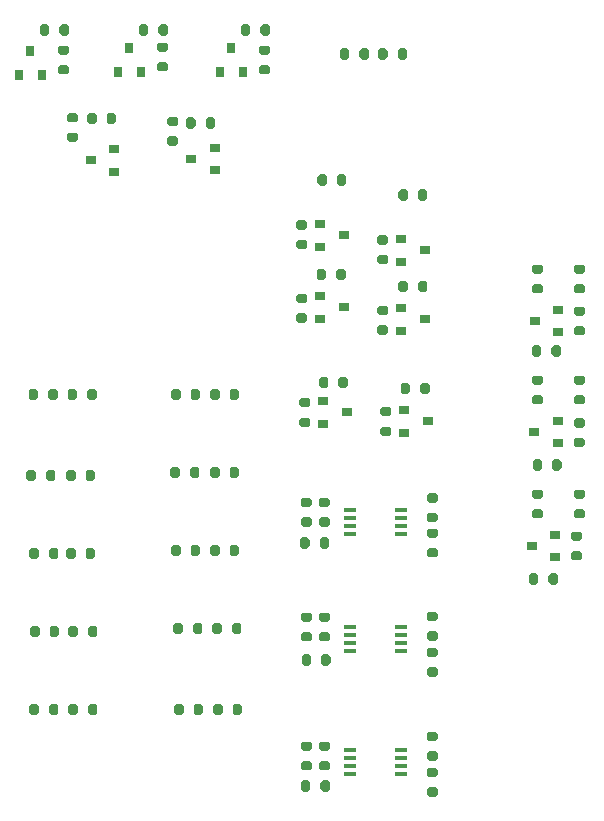
<source format=gbp>
%TF.GenerationSoftware,KiCad,Pcbnew,5.99.0+really5.1.12+dfsg1-1~bpo11+1*%
%TF.CreationDate,2021-12-22T21:03:21+01:00*%
%TF.ProjectId,ConnectorCubeV2-A,436f6e6e-6563-4746-9f72-437562655632,rev?*%
%TF.SameCoordinates,Original*%
%TF.FileFunction,Paste,Bot*%
%TF.FilePolarity,Positive*%
%FSLAX46Y46*%
G04 Gerber Fmt 4.6, Leading zero omitted, Abs format (unit mm)*
G04 Created by KiCad (PCBNEW 5.99.0+really5.1.12+dfsg1-1~bpo11+1) date 2021-12-22 21:03:21*
%MOMM*%
%LPD*%
G01*
G04 APERTURE LIST*
%ADD10R,1.100000X0.400000*%
%ADD11R,0.900000X0.800000*%
%ADD12R,0.800000X0.900000*%
G04 APERTURE END LIST*
%TO.C,R1011*%
G36*
G01*
X127780000Y-92308000D02*
X127780000Y-92858000D01*
G75*
G02*
X127580000Y-93058000I-200000J0D01*
G01*
X127180000Y-93058000D01*
G75*
G02*
X126980000Y-92858000I0J200000D01*
G01*
X126980000Y-92308000D01*
G75*
G02*
X127180000Y-92108000I200000J0D01*
G01*
X127580000Y-92108000D01*
G75*
G02*
X127780000Y-92308000I0J-200000D01*
G01*
G37*
G36*
G01*
X126130000Y-92308000D02*
X126130000Y-92858000D01*
G75*
G02*
X125930000Y-93058000I-200000J0D01*
G01*
X125530000Y-93058000D01*
G75*
G02*
X125330000Y-92858000I0J200000D01*
G01*
X125330000Y-92308000D01*
G75*
G02*
X125530000Y-92108000I200000J0D01*
G01*
X125930000Y-92108000D01*
G75*
G02*
X126130000Y-92308000I0J-200000D01*
G01*
G37*
%TD*%
%TO.C,R1009*%
G36*
G01*
X122765000Y-92308000D02*
X122765000Y-92858000D01*
G75*
G02*
X122565000Y-93058000I-200000J0D01*
G01*
X122165000Y-93058000D01*
G75*
G02*
X121965000Y-92858000I0J200000D01*
G01*
X121965000Y-92308000D01*
G75*
G02*
X122165000Y-92108000I200000J0D01*
G01*
X122565000Y-92108000D01*
G75*
G02*
X122765000Y-92308000I0J-200000D01*
G01*
G37*
G36*
G01*
X124415000Y-92308000D02*
X124415000Y-92858000D01*
G75*
G02*
X124215000Y-93058000I-200000J0D01*
G01*
X123815000Y-93058000D01*
G75*
G02*
X123615000Y-92858000I0J200000D01*
G01*
X123615000Y-92308000D01*
G75*
G02*
X123815000Y-92108000I200000J0D01*
G01*
X124215000Y-92108000D01*
G75*
G02*
X124415000Y-92308000I0J-200000D01*
G01*
G37*
%TD*%
%TO.C,R1008*%
G36*
G01*
X127971000Y-105516000D02*
X127971000Y-106066000D01*
G75*
G02*
X127771000Y-106266000I-200000J0D01*
G01*
X127371000Y-106266000D01*
G75*
G02*
X127171000Y-106066000I0J200000D01*
G01*
X127171000Y-105516000D01*
G75*
G02*
X127371000Y-105316000I200000J0D01*
G01*
X127771000Y-105316000D01*
G75*
G02*
X127971000Y-105516000I0J-200000D01*
G01*
G37*
G36*
G01*
X126321000Y-105516000D02*
X126321000Y-106066000D01*
G75*
G02*
X126121000Y-106266000I-200000J0D01*
G01*
X125721000Y-106266000D01*
G75*
G02*
X125521000Y-106066000I0J200000D01*
G01*
X125521000Y-105516000D01*
G75*
G02*
X125721000Y-105316000I200000J0D01*
G01*
X126121000Y-105316000D01*
G75*
G02*
X126321000Y-105516000I0J-200000D01*
G01*
G37*
%TD*%
%TO.C,R1006*%
G36*
G01*
X123019000Y-105516000D02*
X123019000Y-106066000D01*
G75*
G02*
X122819000Y-106266000I-200000J0D01*
G01*
X122419000Y-106266000D01*
G75*
G02*
X122219000Y-106066000I0J200000D01*
G01*
X122219000Y-105516000D01*
G75*
G02*
X122419000Y-105316000I200000J0D01*
G01*
X122819000Y-105316000D01*
G75*
G02*
X123019000Y-105516000I0J-200000D01*
G01*
G37*
G36*
G01*
X124669000Y-105516000D02*
X124669000Y-106066000D01*
G75*
G02*
X124469000Y-106266000I-200000J0D01*
G01*
X124069000Y-106266000D01*
G75*
G02*
X123869000Y-106066000I0J200000D01*
G01*
X123869000Y-105516000D01*
G75*
G02*
X124069000Y-105316000I200000J0D01*
G01*
X124469000Y-105316000D01*
G75*
G02*
X124669000Y-105516000I0J-200000D01*
G01*
G37*
%TD*%
%TO.C,R1013*%
G36*
G01*
X110573000Y-92562000D02*
X110573000Y-93112000D01*
G75*
G02*
X110373000Y-93312000I-200000J0D01*
G01*
X109973000Y-93312000D01*
G75*
G02*
X109773000Y-93112000I0J200000D01*
G01*
X109773000Y-92562000D01*
G75*
G02*
X109973000Y-92362000I200000J0D01*
G01*
X110373000Y-92362000D01*
G75*
G02*
X110573000Y-92562000I0J-200000D01*
G01*
G37*
G36*
G01*
X112223000Y-92562000D02*
X112223000Y-93112000D01*
G75*
G02*
X112023000Y-93312000I-200000J0D01*
G01*
X111623000Y-93312000D01*
G75*
G02*
X111423000Y-93112000I0J200000D01*
G01*
X111423000Y-92562000D01*
G75*
G02*
X111623000Y-92362000I200000J0D01*
G01*
X112023000Y-92362000D01*
G75*
G02*
X112223000Y-92562000I0J-200000D01*
G01*
G37*
%TD*%
%TO.C,R1015*%
G36*
G01*
X115588000Y-92562000D02*
X115588000Y-93112000D01*
G75*
G02*
X115388000Y-93312000I-200000J0D01*
G01*
X114988000Y-93312000D01*
G75*
G02*
X114788000Y-93112000I0J200000D01*
G01*
X114788000Y-92562000D01*
G75*
G02*
X114988000Y-92362000I200000J0D01*
G01*
X115388000Y-92362000D01*
G75*
G02*
X115588000Y-92562000I0J-200000D01*
G01*
G37*
G36*
G01*
X113938000Y-92562000D02*
X113938000Y-93112000D01*
G75*
G02*
X113738000Y-93312000I-200000J0D01*
G01*
X113338000Y-93312000D01*
G75*
G02*
X113138000Y-93112000I0J200000D01*
G01*
X113138000Y-92562000D01*
G75*
G02*
X113338000Y-92362000I200000J0D01*
G01*
X113738000Y-92362000D01*
G75*
G02*
X113938000Y-92562000I0J-200000D01*
G01*
G37*
%TD*%
%TO.C,R1018*%
G36*
G01*
X110827000Y-112374000D02*
X110827000Y-112924000D01*
G75*
G02*
X110627000Y-113124000I-200000J0D01*
G01*
X110227000Y-113124000D01*
G75*
G02*
X110027000Y-112924000I0J200000D01*
G01*
X110027000Y-112374000D01*
G75*
G02*
X110227000Y-112174000I200000J0D01*
G01*
X110627000Y-112174000D01*
G75*
G02*
X110827000Y-112374000I0J-200000D01*
G01*
G37*
G36*
G01*
X112477000Y-112374000D02*
X112477000Y-112924000D01*
G75*
G02*
X112277000Y-113124000I-200000J0D01*
G01*
X111877000Y-113124000D01*
G75*
G02*
X111677000Y-112924000I0J200000D01*
G01*
X111677000Y-112374000D01*
G75*
G02*
X111877000Y-112174000I200000J0D01*
G01*
X112277000Y-112174000D01*
G75*
G02*
X112477000Y-112374000I0J-200000D01*
G01*
G37*
%TD*%
%TO.C,R1020*%
G36*
G01*
X115779000Y-112374000D02*
X115779000Y-112924000D01*
G75*
G02*
X115579000Y-113124000I-200000J0D01*
G01*
X115179000Y-113124000D01*
G75*
G02*
X114979000Y-112924000I0J200000D01*
G01*
X114979000Y-112374000D01*
G75*
G02*
X115179000Y-112174000I200000J0D01*
G01*
X115579000Y-112174000D01*
G75*
G02*
X115779000Y-112374000I0J-200000D01*
G01*
G37*
G36*
G01*
X114129000Y-112374000D02*
X114129000Y-112924000D01*
G75*
G02*
X113929000Y-113124000I-200000J0D01*
G01*
X113529000Y-113124000D01*
G75*
G02*
X113329000Y-112924000I0J200000D01*
G01*
X113329000Y-112374000D01*
G75*
G02*
X113529000Y-112174000I200000J0D01*
G01*
X113929000Y-112174000D01*
G75*
G02*
X114129000Y-112374000I0J-200000D01*
G01*
G37*
%TD*%
%TO.C,R1014*%
G36*
G01*
X123082000Y-112374000D02*
X123082000Y-112924000D01*
G75*
G02*
X122882000Y-113124000I-200000J0D01*
G01*
X122482000Y-113124000D01*
G75*
G02*
X122282000Y-112924000I0J200000D01*
G01*
X122282000Y-112374000D01*
G75*
G02*
X122482000Y-112174000I200000J0D01*
G01*
X122882000Y-112174000D01*
G75*
G02*
X123082000Y-112374000I0J-200000D01*
G01*
G37*
G36*
G01*
X124732000Y-112374000D02*
X124732000Y-112924000D01*
G75*
G02*
X124532000Y-113124000I-200000J0D01*
G01*
X124132000Y-113124000D01*
G75*
G02*
X123932000Y-112924000I0J200000D01*
G01*
X123932000Y-112374000D01*
G75*
G02*
X124132000Y-112174000I200000J0D01*
G01*
X124532000Y-112174000D01*
G75*
G02*
X124732000Y-112374000I0J-200000D01*
G01*
G37*
%TD*%
%TO.C,R1016*%
G36*
G01*
X128034000Y-112374000D02*
X128034000Y-112924000D01*
G75*
G02*
X127834000Y-113124000I-200000J0D01*
G01*
X127434000Y-113124000D01*
G75*
G02*
X127234000Y-112924000I0J200000D01*
G01*
X127234000Y-112374000D01*
G75*
G02*
X127434000Y-112174000I200000J0D01*
G01*
X127834000Y-112174000D01*
G75*
G02*
X128034000Y-112374000I0J-200000D01*
G01*
G37*
G36*
G01*
X126384000Y-112374000D02*
X126384000Y-112924000D01*
G75*
G02*
X126184000Y-113124000I-200000J0D01*
G01*
X125784000Y-113124000D01*
G75*
G02*
X125584000Y-112924000I0J200000D01*
G01*
X125584000Y-112374000D01*
G75*
G02*
X125784000Y-112174000I200000J0D01*
G01*
X126184000Y-112174000D01*
G75*
G02*
X126384000Y-112374000I0J-200000D01*
G01*
G37*
%TD*%
%TO.C,R1003*%
G36*
G01*
X127780000Y-85704000D02*
X127780000Y-86254000D01*
G75*
G02*
X127580000Y-86454000I-200000J0D01*
G01*
X127180000Y-86454000D01*
G75*
G02*
X126980000Y-86254000I0J200000D01*
G01*
X126980000Y-85704000D01*
G75*
G02*
X127180000Y-85504000I200000J0D01*
G01*
X127580000Y-85504000D01*
G75*
G02*
X127780000Y-85704000I0J-200000D01*
G01*
G37*
G36*
G01*
X126130000Y-85704000D02*
X126130000Y-86254000D01*
G75*
G02*
X125930000Y-86454000I-200000J0D01*
G01*
X125530000Y-86454000D01*
G75*
G02*
X125330000Y-86254000I0J200000D01*
G01*
X125330000Y-85704000D01*
G75*
G02*
X125530000Y-85504000I200000J0D01*
G01*
X125930000Y-85504000D01*
G75*
G02*
X126130000Y-85704000I0J-200000D01*
G01*
G37*
%TD*%
%TO.C,R1001*%
G36*
G01*
X122828000Y-85704000D02*
X122828000Y-86254000D01*
G75*
G02*
X122628000Y-86454000I-200000J0D01*
G01*
X122228000Y-86454000D01*
G75*
G02*
X122028000Y-86254000I0J200000D01*
G01*
X122028000Y-85704000D01*
G75*
G02*
X122228000Y-85504000I200000J0D01*
G01*
X122628000Y-85504000D01*
G75*
G02*
X122828000Y-85704000I0J-200000D01*
G01*
G37*
G36*
G01*
X124478000Y-85704000D02*
X124478000Y-86254000D01*
G75*
G02*
X124278000Y-86454000I-200000J0D01*
G01*
X123878000Y-86454000D01*
G75*
G02*
X123678000Y-86254000I0J200000D01*
G01*
X123678000Y-85704000D01*
G75*
G02*
X123878000Y-85504000I200000J0D01*
G01*
X124278000Y-85504000D01*
G75*
G02*
X124478000Y-85704000I0J-200000D01*
G01*
G37*
%TD*%
%TO.C,R1017*%
G36*
G01*
X122828000Y-98912000D02*
X122828000Y-99462000D01*
G75*
G02*
X122628000Y-99662000I-200000J0D01*
G01*
X122228000Y-99662000D01*
G75*
G02*
X122028000Y-99462000I0J200000D01*
G01*
X122028000Y-98912000D01*
G75*
G02*
X122228000Y-98712000I200000J0D01*
G01*
X122628000Y-98712000D01*
G75*
G02*
X122828000Y-98912000I0J-200000D01*
G01*
G37*
G36*
G01*
X124478000Y-98912000D02*
X124478000Y-99462000D01*
G75*
G02*
X124278000Y-99662000I-200000J0D01*
G01*
X123878000Y-99662000D01*
G75*
G02*
X123678000Y-99462000I0J200000D01*
G01*
X123678000Y-98912000D01*
G75*
G02*
X123878000Y-98712000I200000J0D01*
G01*
X124278000Y-98712000D01*
G75*
G02*
X124478000Y-98912000I0J-200000D01*
G01*
G37*
%TD*%
%TO.C,R1019*%
G36*
G01*
X127780000Y-98912000D02*
X127780000Y-99462000D01*
G75*
G02*
X127580000Y-99662000I-200000J0D01*
G01*
X127180000Y-99662000D01*
G75*
G02*
X126980000Y-99462000I0J200000D01*
G01*
X126980000Y-98912000D01*
G75*
G02*
X127180000Y-98712000I200000J0D01*
G01*
X127580000Y-98712000D01*
G75*
G02*
X127780000Y-98912000I0J-200000D01*
G01*
G37*
G36*
G01*
X126130000Y-98912000D02*
X126130000Y-99462000D01*
G75*
G02*
X125930000Y-99662000I-200000J0D01*
G01*
X125530000Y-99662000D01*
G75*
G02*
X125330000Y-99462000I0J200000D01*
G01*
X125330000Y-98912000D01*
G75*
G02*
X125530000Y-98712000I200000J0D01*
G01*
X125930000Y-98712000D01*
G75*
G02*
X126130000Y-98912000I0J-200000D01*
G01*
G37*
%TD*%
%TO.C,R1002*%
G36*
G01*
X110827000Y-99166000D02*
X110827000Y-99716000D01*
G75*
G02*
X110627000Y-99916000I-200000J0D01*
G01*
X110227000Y-99916000D01*
G75*
G02*
X110027000Y-99716000I0J200000D01*
G01*
X110027000Y-99166000D01*
G75*
G02*
X110227000Y-98966000I200000J0D01*
G01*
X110627000Y-98966000D01*
G75*
G02*
X110827000Y-99166000I0J-200000D01*
G01*
G37*
G36*
G01*
X112477000Y-99166000D02*
X112477000Y-99716000D01*
G75*
G02*
X112277000Y-99916000I-200000J0D01*
G01*
X111877000Y-99916000D01*
G75*
G02*
X111677000Y-99716000I0J200000D01*
G01*
X111677000Y-99166000D01*
G75*
G02*
X111877000Y-98966000I200000J0D01*
G01*
X112277000Y-98966000D01*
G75*
G02*
X112477000Y-99166000I0J-200000D01*
G01*
G37*
%TD*%
%TO.C,R1004*%
G36*
G01*
X115588000Y-99166000D02*
X115588000Y-99716000D01*
G75*
G02*
X115388000Y-99916000I-200000J0D01*
G01*
X114988000Y-99916000D01*
G75*
G02*
X114788000Y-99716000I0J200000D01*
G01*
X114788000Y-99166000D01*
G75*
G02*
X114988000Y-98966000I200000J0D01*
G01*
X115388000Y-98966000D01*
G75*
G02*
X115588000Y-99166000I0J-200000D01*
G01*
G37*
G36*
G01*
X113938000Y-99166000D02*
X113938000Y-99716000D01*
G75*
G02*
X113738000Y-99916000I-200000J0D01*
G01*
X113338000Y-99916000D01*
G75*
G02*
X113138000Y-99716000I0J200000D01*
G01*
X113138000Y-99166000D01*
G75*
G02*
X113338000Y-98966000I200000J0D01*
G01*
X113738000Y-98966000D01*
G75*
G02*
X113938000Y-99166000I0J-200000D01*
G01*
G37*
%TD*%
%TO.C,R1005*%
G36*
G01*
X110764000Y-85704000D02*
X110764000Y-86254000D01*
G75*
G02*
X110564000Y-86454000I-200000J0D01*
G01*
X110164000Y-86454000D01*
G75*
G02*
X109964000Y-86254000I0J200000D01*
G01*
X109964000Y-85704000D01*
G75*
G02*
X110164000Y-85504000I200000J0D01*
G01*
X110564000Y-85504000D01*
G75*
G02*
X110764000Y-85704000I0J-200000D01*
G01*
G37*
G36*
G01*
X112414000Y-85704000D02*
X112414000Y-86254000D01*
G75*
G02*
X112214000Y-86454000I-200000J0D01*
G01*
X111814000Y-86454000D01*
G75*
G02*
X111614000Y-86254000I0J200000D01*
G01*
X111614000Y-85704000D01*
G75*
G02*
X111814000Y-85504000I200000J0D01*
G01*
X112214000Y-85504000D01*
G75*
G02*
X112414000Y-85704000I0J-200000D01*
G01*
G37*
%TD*%
%TO.C,R1007*%
G36*
G01*
X115716000Y-85704000D02*
X115716000Y-86254000D01*
G75*
G02*
X115516000Y-86454000I-200000J0D01*
G01*
X115116000Y-86454000D01*
G75*
G02*
X114916000Y-86254000I0J200000D01*
G01*
X114916000Y-85704000D01*
G75*
G02*
X115116000Y-85504000I200000J0D01*
G01*
X115516000Y-85504000D01*
G75*
G02*
X115716000Y-85704000I0J-200000D01*
G01*
G37*
G36*
G01*
X114066000Y-85704000D02*
X114066000Y-86254000D01*
G75*
G02*
X113866000Y-86454000I-200000J0D01*
G01*
X113466000Y-86454000D01*
G75*
G02*
X113266000Y-86254000I0J200000D01*
G01*
X113266000Y-85704000D01*
G75*
G02*
X113466000Y-85504000I200000J0D01*
G01*
X113866000Y-85504000D01*
G75*
G02*
X114066000Y-85704000I0J-200000D01*
G01*
G37*
%TD*%
%TO.C,R1010*%
G36*
G01*
X112540000Y-105770000D02*
X112540000Y-106320000D01*
G75*
G02*
X112340000Y-106520000I-200000J0D01*
G01*
X111940000Y-106520000D01*
G75*
G02*
X111740000Y-106320000I0J200000D01*
G01*
X111740000Y-105770000D01*
G75*
G02*
X111940000Y-105570000I200000J0D01*
G01*
X112340000Y-105570000D01*
G75*
G02*
X112540000Y-105770000I0J-200000D01*
G01*
G37*
G36*
G01*
X110890000Y-105770000D02*
X110890000Y-106320000D01*
G75*
G02*
X110690000Y-106520000I-200000J0D01*
G01*
X110290000Y-106520000D01*
G75*
G02*
X110090000Y-106320000I0J200000D01*
G01*
X110090000Y-105770000D01*
G75*
G02*
X110290000Y-105570000I200000J0D01*
G01*
X110690000Y-105570000D01*
G75*
G02*
X110890000Y-105770000I0J-200000D01*
G01*
G37*
%TD*%
%TO.C,R1012*%
G36*
G01*
X115779000Y-105770000D02*
X115779000Y-106320000D01*
G75*
G02*
X115579000Y-106520000I-200000J0D01*
G01*
X115179000Y-106520000D01*
G75*
G02*
X114979000Y-106320000I0J200000D01*
G01*
X114979000Y-105770000D01*
G75*
G02*
X115179000Y-105570000I200000J0D01*
G01*
X115579000Y-105570000D01*
G75*
G02*
X115779000Y-105770000I0J-200000D01*
G01*
G37*
G36*
G01*
X114129000Y-105770000D02*
X114129000Y-106320000D01*
G75*
G02*
X113929000Y-106520000I-200000J0D01*
G01*
X113529000Y-106520000D01*
G75*
G02*
X113329000Y-106320000I0J200000D01*
G01*
X113329000Y-105770000D01*
G75*
G02*
X113529000Y-105570000I200000J0D01*
G01*
X113929000Y-105570000D01*
G75*
G02*
X114129000Y-105770000I0J-200000D01*
G01*
G37*
%TD*%
%TO.C,R207*%
G36*
G01*
X134726000Y-96374000D02*
X135276000Y-96374000D01*
G75*
G02*
X135476000Y-96574000I0J-200000D01*
G01*
X135476000Y-96974000D01*
G75*
G02*
X135276000Y-97174000I-200000J0D01*
G01*
X134726000Y-97174000D01*
G75*
G02*
X134526000Y-96974000I0J200000D01*
G01*
X134526000Y-96574000D01*
G75*
G02*
X134726000Y-96374000I200000J0D01*
G01*
G37*
G36*
G01*
X134726000Y-94724000D02*
X135276000Y-94724000D01*
G75*
G02*
X135476000Y-94924000I0J-200000D01*
G01*
X135476000Y-95324000D01*
G75*
G02*
X135276000Y-95524000I-200000J0D01*
G01*
X134726000Y-95524000D01*
G75*
G02*
X134526000Y-95324000I0J200000D01*
G01*
X134526000Y-94924000D01*
G75*
G02*
X134726000Y-94724000I200000J0D01*
G01*
G37*
%TD*%
%TO.C,R210*%
G36*
G01*
X133202000Y-94724000D02*
X133752000Y-94724000D01*
G75*
G02*
X133952000Y-94924000I0J-200000D01*
G01*
X133952000Y-95324000D01*
G75*
G02*
X133752000Y-95524000I-200000J0D01*
G01*
X133202000Y-95524000D01*
G75*
G02*
X133002000Y-95324000I0J200000D01*
G01*
X133002000Y-94924000D01*
G75*
G02*
X133202000Y-94724000I200000J0D01*
G01*
G37*
G36*
G01*
X133202000Y-96374000D02*
X133752000Y-96374000D01*
G75*
G02*
X133952000Y-96574000I0J-200000D01*
G01*
X133952000Y-96974000D01*
G75*
G02*
X133752000Y-97174000I-200000J0D01*
G01*
X133202000Y-97174000D01*
G75*
G02*
X133002000Y-96974000I0J200000D01*
G01*
X133002000Y-96574000D01*
G75*
G02*
X133202000Y-96374000I200000J0D01*
G01*
G37*
%TD*%
D10*
%TO.C,U201*%
X141469000Y-95799000D03*
X141469000Y-96449000D03*
X141469000Y-97099000D03*
X141469000Y-97749000D03*
X137169000Y-97749000D03*
X137169000Y-97099000D03*
X137169000Y-96449000D03*
X137169000Y-95799000D03*
%TD*%
%TO.C,R213*%
G36*
G01*
X134601000Y-98827000D02*
X134601000Y-98277000D01*
G75*
G02*
X134801000Y-98077000I200000J0D01*
G01*
X135201000Y-98077000D01*
G75*
G02*
X135401000Y-98277000I0J-200000D01*
G01*
X135401000Y-98827000D01*
G75*
G02*
X135201000Y-99027000I-200000J0D01*
G01*
X134801000Y-99027000D01*
G75*
G02*
X134601000Y-98827000I0J200000D01*
G01*
G37*
G36*
G01*
X132951000Y-98827000D02*
X132951000Y-98277000D01*
G75*
G02*
X133151000Y-98077000I200000J0D01*
G01*
X133551000Y-98077000D01*
G75*
G02*
X133751000Y-98277000I0J-200000D01*
G01*
X133751000Y-98827000D01*
G75*
G02*
X133551000Y-99027000I-200000J0D01*
G01*
X133151000Y-99027000D01*
G75*
G02*
X132951000Y-98827000I0J200000D01*
G01*
G37*
%TD*%
%TO.C,R204*%
G36*
G01*
X143870000Y-95992000D02*
X144420000Y-95992000D01*
G75*
G02*
X144620000Y-96192000I0J-200000D01*
G01*
X144620000Y-96592000D01*
G75*
G02*
X144420000Y-96792000I-200000J0D01*
G01*
X143870000Y-96792000D01*
G75*
G02*
X143670000Y-96592000I0J200000D01*
G01*
X143670000Y-96192000D01*
G75*
G02*
X143870000Y-95992000I200000J0D01*
G01*
G37*
G36*
G01*
X143870000Y-94342000D02*
X144420000Y-94342000D01*
G75*
G02*
X144620000Y-94542000I0J-200000D01*
G01*
X144620000Y-94942000D01*
G75*
G02*
X144420000Y-95142000I-200000J0D01*
G01*
X143870000Y-95142000D01*
G75*
G02*
X143670000Y-94942000I0J200000D01*
G01*
X143670000Y-94542000D01*
G75*
G02*
X143870000Y-94342000I200000J0D01*
G01*
G37*
%TD*%
%TO.C,R201*%
G36*
G01*
X144420000Y-98127000D02*
X143870000Y-98127000D01*
G75*
G02*
X143670000Y-97927000I0J200000D01*
G01*
X143670000Y-97527000D01*
G75*
G02*
X143870000Y-97327000I200000J0D01*
G01*
X144420000Y-97327000D01*
G75*
G02*
X144620000Y-97527000I0J-200000D01*
G01*
X144620000Y-97927000D01*
G75*
G02*
X144420000Y-98127000I-200000J0D01*
G01*
G37*
G36*
G01*
X144420000Y-99777000D02*
X143870000Y-99777000D01*
G75*
G02*
X143670000Y-99577000I0J200000D01*
G01*
X143670000Y-99177000D01*
G75*
G02*
X143870000Y-98977000I200000J0D01*
G01*
X144420000Y-98977000D01*
G75*
G02*
X144620000Y-99177000I0J-200000D01*
G01*
X144620000Y-99577000D01*
G75*
G02*
X144420000Y-99777000I-200000J0D01*
G01*
G37*
%TD*%
%TO.C,R409*%
G36*
G01*
X119298000Y-55393000D02*
X119298000Y-54843000D01*
G75*
G02*
X119498000Y-54643000I200000J0D01*
G01*
X119898000Y-54643000D01*
G75*
G02*
X120098000Y-54843000I0J-200000D01*
G01*
X120098000Y-55393000D01*
G75*
G02*
X119898000Y-55593000I-200000J0D01*
G01*
X119498000Y-55593000D01*
G75*
G02*
X119298000Y-55393000I0J200000D01*
G01*
G37*
G36*
G01*
X120948000Y-55393000D02*
X120948000Y-54843000D01*
G75*
G02*
X121148000Y-54643000I200000J0D01*
G01*
X121548000Y-54643000D01*
G75*
G02*
X121748000Y-54843000I0J-200000D01*
G01*
X121748000Y-55393000D01*
G75*
G02*
X121548000Y-55593000I-200000J0D01*
G01*
X121148000Y-55593000D01*
G75*
G02*
X120948000Y-55393000I0J200000D01*
G01*
G37*
%TD*%
%TO.C,R408*%
G36*
G01*
X129584000Y-55393000D02*
X129584000Y-54843000D01*
G75*
G02*
X129784000Y-54643000I200000J0D01*
G01*
X130184000Y-54643000D01*
G75*
G02*
X130384000Y-54843000I0J-200000D01*
G01*
X130384000Y-55393000D01*
G75*
G02*
X130184000Y-55593000I-200000J0D01*
G01*
X129784000Y-55593000D01*
G75*
G02*
X129584000Y-55393000I0J200000D01*
G01*
G37*
G36*
G01*
X127934000Y-55393000D02*
X127934000Y-54843000D01*
G75*
G02*
X128134000Y-54643000I200000J0D01*
G01*
X128534000Y-54643000D01*
G75*
G02*
X128734000Y-54843000I0J-200000D01*
G01*
X128734000Y-55393000D01*
G75*
G02*
X128534000Y-55593000I-200000J0D01*
G01*
X128134000Y-55593000D01*
G75*
G02*
X127934000Y-55393000I0J200000D01*
G01*
G37*
%TD*%
%TO.C,R401*%
G36*
G01*
X124098000Y-62717000D02*
X124098000Y-63267000D01*
G75*
G02*
X123898000Y-63467000I-200000J0D01*
G01*
X123498000Y-63467000D01*
G75*
G02*
X123298000Y-63267000I0J200000D01*
G01*
X123298000Y-62717000D01*
G75*
G02*
X123498000Y-62517000I200000J0D01*
G01*
X123898000Y-62517000D01*
G75*
G02*
X124098000Y-62717000I0J-200000D01*
G01*
G37*
G36*
G01*
X125748000Y-62717000D02*
X125748000Y-63267000D01*
G75*
G02*
X125548000Y-63467000I-200000J0D01*
G01*
X125148000Y-63467000D01*
G75*
G02*
X124948000Y-63267000I0J200000D01*
G01*
X124948000Y-62717000D01*
G75*
G02*
X125148000Y-62517000I200000J0D01*
G01*
X125548000Y-62517000D01*
G75*
G02*
X125748000Y-62717000I0J-200000D01*
G01*
G37*
%TD*%
%TO.C,R407*%
G36*
G01*
X113940000Y-64598000D02*
X113390000Y-64598000D01*
G75*
G02*
X113190000Y-64398000I0J200000D01*
G01*
X113190000Y-63998000D01*
G75*
G02*
X113390000Y-63798000I200000J0D01*
G01*
X113940000Y-63798000D01*
G75*
G02*
X114140000Y-63998000I0J-200000D01*
G01*
X114140000Y-64398000D01*
G75*
G02*
X113940000Y-64598000I-200000J0D01*
G01*
G37*
G36*
G01*
X113940000Y-62948000D02*
X113390000Y-62948000D01*
G75*
G02*
X113190000Y-62748000I0J200000D01*
G01*
X113190000Y-62348000D01*
G75*
G02*
X113390000Y-62148000I200000J0D01*
G01*
X113940000Y-62148000D01*
G75*
G02*
X114140000Y-62348000I0J-200000D01*
G01*
X114140000Y-62748000D01*
G75*
G02*
X113940000Y-62948000I-200000J0D01*
G01*
G37*
%TD*%
%TO.C,R406*%
G36*
G01*
X122449000Y-63266000D02*
X121899000Y-63266000D01*
G75*
G02*
X121699000Y-63066000I0J200000D01*
G01*
X121699000Y-62666000D01*
G75*
G02*
X121899000Y-62466000I200000J0D01*
G01*
X122449000Y-62466000D01*
G75*
G02*
X122649000Y-62666000I0J-200000D01*
G01*
X122649000Y-63066000D01*
G75*
G02*
X122449000Y-63266000I-200000J0D01*
G01*
G37*
G36*
G01*
X122449000Y-64916000D02*
X121899000Y-64916000D01*
G75*
G02*
X121699000Y-64716000I0J200000D01*
G01*
X121699000Y-64316000D01*
G75*
G02*
X121899000Y-64116000I200000J0D01*
G01*
X122449000Y-64116000D01*
G75*
G02*
X122649000Y-64316000I0J-200000D01*
G01*
X122649000Y-64716000D01*
G75*
G02*
X122449000Y-64916000I-200000J0D01*
G01*
G37*
%TD*%
D11*
%TO.C,Q401*%
X125714000Y-65090000D03*
X125714000Y-66990000D03*
X123714000Y-66040000D03*
%TD*%
%TO.C,R403*%
G36*
G01*
X130196000Y-58883000D02*
X129646000Y-58883000D01*
G75*
G02*
X129446000Y-58683000I0J200000D01*
G01*
X129446000Y-58283000D01*
G75*
G02*
X129646000Y-58083000I200000J0D01*
G01*
X130196000Y-58083000D01*
G75*
G02*
X130396000Y-58283000I0J-200000D01*
G01*
X130396000Y-58683000D01*
G75*
G02*
X130196000Y-58883000I-200000J0D01*
G01*
G37*
G36*
G01*
X130196000Y-57233000D02*
X129646000Y-57233000D01*
G75*
G02*
X129446000Y-57033000I0J200000D01*
G01*
X129446000Y-56633000D01*
G75*
G02*
X129646000Y-56433000I200000J0D01*
G01*
X130196000Y-56433000D01*
G75*
G02*
X130396000Y-56633000I0J-200000D01*
G01*
X130396000Y-57033000D01*
G75*
G02*
X130196000Y-57233000I-200000J0D01*
G01*
G37*
%TD*%
%TO.C,R402*%
G36*
G01*
X115717000Y-62336000D02*
X115717000Y-62886000D01*
G75*
G02*
X115517000Y-63086000I-200000J0D01*
G01*
X115117000Y-63086000D01*
G75*
G02*
X114917000Y-62886000I0J200000D01*
G01*
X114917000Y-62336000D01*
G75*
G02*
X115117000Y-62136000I200000J0D01*
G01*
X115517000Y-62136000D01*
G75*
G02*
X115717000Y-62336000I0J-200000D01*
G01*
G37*
G36*
G01*
X117367000Y-62336000D02*
X117367000Y-62886000D01*
G75*
G02*
X117167000Y-63086000I-200000J0D01*
G01*
X116767000Y-63086000D01*
G75*
G02*
X116567000Y-62886000I0J200000D01*
G01*
X116567000Y-62336000D01*
G75*
G02*
X116767000Y-62136000I200000J0D01*
G01*
X117167000Y-62136000D01*
G75*
G02*
X117367000Y-62336000I0J-200000D01*
G01*
G37*
%TD*%
%TO.C,R410*%
G36*
G01*
X110916000Y-55393000D02*
X110916000Y-54843000D01*
G75*
G02*
X111116000Y-54643000I200000J0D01*
G01*
X111516000Y-54643000D01*
G75*
G02*
X111716000Y-54843000I0J-200000D01*
G01*
X111716000Y-55393000D01*
G75*
G02*
X111516000Y-55593000I-200000J0D01*
G01*
X111116000Y-55593000D01*
G75*
G02*
X110916000Y-55393000I0J200000D01*
G01*
G37*
G36*
G01*
X112566000Y-55393000D02*
X112566000Y-54843000D01*
G75*
G02*
X112766000Y-54643000I200000J0D01*
G01*
X113166000Y-54643000D01*
G75*
G02*
X113366000Y-54843000I0J-200000D01*
G01*
X113366000Y-55393000D01*
G75*
G02*
X113166000Y-55593000I-200000J0D01*
G01*
X112766000Y-55593000D01*
G75*
G02*
X112566000Y-55393000I0J200000D01*
G01*
G37*
%TD*%
%TO.C,R404*%
G36*
G01*
X121560000Y-56979000D02*
X121010000Y-56979000D01*
G75*
G02*
X120810000Y-56779000I0J200000D01*
G01*
X120810000Y-56379000D01*
G75*
G02*
X121010000Y-56179000I200000J0D01*
G01*
X121560000Y-56179000D01*
G75*
G02*
X121760000Y-56379000I0J-200000D01*
G01*
X121760000Y-56779000D01*
G75*
G02*
X121560000Y-56979000I-200000J0D01*
G01*
G37*
G36*
G01*
X121560000Y-58629000D02*
X121010000Y-58629000D01*
G75*
G02*
X120810000Y-58429000I0J200000D01*
G01*
X120810000Y-58029000D01*
G75*
G02*
X121010000Y-57829000I200000J0D01*
G01*
X121560000Y-57829000D01*
G75*
G02*
X121760000Y-58029000I0J-200000D01*
G01*
X121760000Y-58429000D01*
G75*
G02*
X121560000Y-58629000I-200000J0D01*
G01*
G37*
%TD*%
%TO.C,R405*%
G36*
G01*
X113178000Y-58883000D02*
X112628000Y-58883000D01*
G75*
G02*
X112428000Y-58683000I0J200000D01*
G01*
X112428000Y-58283000D01*
G75*
G02*
X112628000Y-58083000I200000J0D01*
G01*
X113178000Y-58083000D01*
G75*
G02*
X113378000Y-58283000I0J-200000D01*
G01*
X113378000Y-58683000D01*
G75*
G02*
X113178000Y-58883000I-200000J0D01*
G01*
G37*
G36*
G01*
X113178000Y-57233000D02*
X112628000Y-57233000D01*
G75*
G02*
X112428000Y-57033000I0J200000D01*
G01*
X112428000Y-56633000D01*
G75*
G02*
X112628000Y-56433000I200000J0D01*
G01*
X113178000Y-56433000D01*
G75*
G02*
X113378000Y-56633000I0J-200000D01*
G01*
X113378000Y-57033000D01*
G75*
G02*
X113178000Y-57233000I-200000J0D01*
G01*
G37*
%TD*%
%TO.C,Q402*%
X115205000Y-66167000D03*
X117205000Y-67117000D03*
X117205000Y-65217000D03*
%TD*%
D12*
%TO.C,Q404*%
X119441000Y-58658000D03*
X117541000Y-58658000D03*
X118491000Y-56658000D03*
%TD*%
%TO.C,Q405*%
X110109000Y-56912000D03*
X109159000Y-58912000D03*
X111059000Y-58912000D03*
%TD*%
%TO.C,Q403*%
X128077000Y-58658000D03*
X126177000Y-58658000D03*
X127127000Y-56658000D03*
%TD*%
%TO.C,R208*%
G36*
G01*
X134726000Y-104439000D02*
X135276000Y-104439000D01*
G75*
G02*
X135476000Y-104639000I0J-200000D01*
G01*
X135476000Y-105039000D01*
G75*
G02*
X135276000Y-105239000I-200000J0D01*
G01*
X134726000Y-105239000D01*
G75*
G02*
X134526000Y-105039000I0J200000D01*
G01*
X134526000Y-104639000D01*
G75*
G02*
X134726000Y-104439000I200000J0D01*
G01*
G37*
G36*
G01*
X134726000Y-106089000D02*
X135276000Y-106089000D01*
G75*
G02*
X135476000Y-106289000I0J-200000D01*
G01*
X135476000Y-106689000D01*
G75*
G02*
X135276000Y-106889000I-200000J0D01*
G01*
X134726000Y-106889000D01*
G75*
G02*
X134526000Y-106689000I0J200000D01*
G01*
X134526000Y-106289000D01*
G75*
G02*
X134726000Y-106089000I200000J0D01*
G01*
G37*
%TD*%
D11*
%TO.C,Q601*%
X134636000Y-73467000D03*
X134636000Y-71567000D03*
X136636000Y-72517000D03*
%TD*%
%TO.C,Q602*%
X134636000Y-79563000D03*
X134636000Y-77663000D03*
X136636000Y-78613000D03*
%TD*%
%TO.C,Q603*%
X134890000Y-88453000D03*
X134890000Y-86553000D03*
X136890000Y-87503000D03*
%TD*%
%TO.C,Q604*%
X143494000Y-73787000D03*
X141494000Y-72837000D03*
X141494000Y-74737000D03*
%TD*%
%TO.C,Q605*%
X141510000Y-80579000D03*
X141510000Y-78679000D03*
X143510000Y-79629000D03*
%TD*%
%TO.C,Q606*%
X143764000Y-88265000D03*
X141764000Y-87315000D03*
X141764000Y-89215000D03*
%TD*%
%TO.C,Q901*%
X154797000Y-78806000D03*
X154797000Y-80706000D03*
X152797000Y-79756000D03*
%TD*%
%TO.C,Q902*%
X152781000Y-89154000D03*
X154781000Y-90104000D03*
X154781000Y-88204000D03*
%TD*%
%TO.C,Q903*%
X152543000Y-98806000D03*
X154543000Y-99756000D03*
X154543000Y-97856000D03*
%TD*%
%TO.C,R202*%
G36*
G01*
X144420000Y-108224000D02*
X143870000Y-108224000D01*
G75*
G02*
X143670000Y-108024000I0J200000D01*
G01*
X143670000Y-107624000D01*
G75*
G02*
X143870000Y-107424000I200000J0D01*
G01*
X144420000Y-107424000D01*
G75*
G02*
X144620000Y-107624000I0J-200000D01*
G01*
X144620000Y-108024000D01*
G75*
G02*
X144420000Y-108224000I-200000J0D01*
G01*
G37*
G36*
G01*
X144420000Y-109874000D02*
X143870000Y-109874000D01*
G75*
G02*
X143670000Y-109674000I0J200000D01*
G01*
X143670000Y-109274000D01*
G75*
G02*
X143870000Y-109074000I200000J0D01*
G01*
X144420000Y-109074000D01*
G75*
G02*
X144620000Y-109274000I0J-200000D01*
G01*
X144620000Y-109674000D01*
G75*
G02*
X144420000Y-109874000I-200000J0D01*
G01*
G37*
%TD*%
%TO.C,R203*%
G36*
G01*
X144420000Y-120034000D02*
X143870000Y-120034000D01*
G75*
G02*
X143670000Y-119834000I0J200000D01*
G01*
X143670000Y-119434000D01*
G75*
G02*
X143870000Y-119234000I200000J0D01*
G01*
X144420000Y-119234000D01*
G75*
G02*
X144620000Y-119434000I0J-200000D01*
G01*
X144620000Y-119834000D01*
G75*
G02*
X144420000Y-120034000I-200000J0D01*
G01*
G37*
G36*
G01*
X144420000Y-118384000D02*
X143870000Y-118384000D01*
G75*
G02*
X143670000Y-118184000I0J200000D01*
G01*
X143670000Y-117784000D01*
G75*
G02*
X143870000Y-117584000I200000J0D01*
G01*
X144420000Y-117584000D01*
G75*
G02*
X144620000Y-117784000I0J-200000D01*
G01*
X144620000Y-118184000D01*
G75*
G02*
X144420000Y-118384000I-200000J0D01*
G01*
G37*
%TD*%
%TO.C,R205*%
G36*
G01*
X143870000Y-104376000D02*
X144420000Y-104376000D01*
G75*
G02*
X144620000Y-104576000I0J-200000D01*
G01*
X144620000Y-104976000D01*
G75*
G02*
X144420000Y-105176000I-200000J0D01*
G01*
X143870000Y-105176000D01*
G75*
G02*
X143670000Y-104976000I0J200000D01*
G01*
X143670000Y-104576000D01*
G75*
G02*
X143870000Y-104376000I200000J0D01*
G01*
G37*
G36*
G01*
X143870000Y-106026000D02*
X144420000Y-106026000D01*
G75*
G02*
X144620000Y-106226000I0J-200000D01*
G01*
X144620000Y-106626000D01*
G75*
G02*
X144420000Y-106826000I-200000J0D01*
G01*
X143870000Y-106826000D01*
G75*
G02*
X143670000Y-106626000I0J200000D01*
G01*
X143670000Y-106226000D01*
G75*
G02*
X143870000Y-106026000I200000J0D01*
G01*
G37*
%TD*%
%TO.C,R206*%
G36*
G01*
X143870000Y-116186000D02*
X144420000Y-116186000D01*
G75*
G02*
X144620000Y-116386000I0J-200000D01*
G01*
X144620000Y-116786000D01*
G75*
G02*
X144420000Y-116986000I-200000J0D01*
G01*
X143870000Y-116986000D01*
G75*
G02*
X143670000Y-116786000I0J200000D01*
G01*
X143670000Y-116386000D01*
G75*
G02*
X143870000Y-116186000I200000J0D01*
G01*
G37*
G36*
G01*
X143870000Y-114536000D02*
X144420000Y-114536000D01*
G75*
G02*
X144620000Y-114736000I0J-200000D01*
G01*
X144620000Y-115136000D01*
G75*
G02*
X144420000Y-115336000I-200000J0D01*
G01*
X143870000Y-115336000D01*
G75*
G02*
X143670000Y-115136000I0J200000D01*
G01*
X143670000Y-114736000D01*
G75*
G02*
X143870000Y-114536000I200000J0D01*
G01*
G37*
%TD*%
%TO.C,R209*%
G36*
G01*
X134726000Y-115361000D02*
X135276000Y-115361000D01*
G75*
G02*
X135476000Y-115561000I0J-200000D01*
G01*
X135476000Y-115961000D01*
G75*
G02*
X135276000Y-116161000I-200000J0D01*
G01*
X134726000Y-116161000D01*
G75*
G02*
X134526000Y-115961000I0J200000D01*
G01*
X134526000Y-115561000D01*
G75*
G02*
X134726000Y-115361000I200000J0D01*
G01*
G37*
G36*
G01*
X134726000Y-117011000D02*
X135276000Y-117011000D01*
G75*
G02*
X135476000Y-117211000I0J-200000D01*
G01*
X135476000Y-117611000D01*
G75*
G02*
X135276000Y-117811000I-200000J0D01*
G01*
X134726000Y-117811000D01*
G75*
G02*
X134526000Y-117611000I0J200000D01*
G01*
X134526000Y-117211000D01*
G75*
G02*
X134726000Y-117011000I200000J0D01*
G01*
G37*
%TD*%
%TO.C,R211*%
G36*
G01*
X133202000Y-104439000D02*
X133752000Y-104439000D01*
G75*
G02*
X133952000Y-104639000I0J-200000D01*
G01*
X133952000Y-105039000D01*
G75*
G02*
X133752000Y-105239000I-200000J0D01*
G01*
X133202000Y-105239000D01*
G75*
G02*
X133002000Y-105039000I0J200000D01*
G01*
X133002000Y-104639000D01*
G75*
G02*
X133202000Y-104439000I200000J0D01*
G01*
G37*
G36*
G01*
X133202000Y-106089000D02*
X133752000Y-106089000D01*
G75*
G02*
X133952000Y-106289000I0J-200000D01*
G01*
X133952000Y-106689000D01*
G75*
G02*
X133752000Y-106889000I-200000J0D01*
G01*
X133202000Y-106889000D01*
G75*
G02*
X133002000Y-106689000I0J200000D01*
G01*
X133002000Y-106289000D01*
G75*
G02*
X133202000Y-106089000I200000J0D01*
G01*
G37*
%TD*%
%TO.C,R212*%
G36*
G01*
X133202000Y-117011000D02*
X133752000Y-117011000D01*
G75*
G02*
X133952000Y-117211000I0J-200000D01*
G01*
X133952000Y-117611000D01*
G75*
G02*
X133752000Y-117811000I-200000J0D01*
G01*
X133202000Y-117811000D01*
G75*
G02*
X133002000Y-117611000I0J200000D01*
G01*
X133002000Y-117211000D01*
G75*
G02*
X133202000Y-117011000I200000J0D01*
G01*
G37*
G36*
G01*
X133202000Y-115361000D02*
X133752000Y-115361000D01*
G75*
G02*
X133952000Y-115561000I0J-200000D01*
G01*
X133952000Y-115961000D01*
G75*
G02*
X133752000Y-116161000I-200000J0D01*
G01*
X133202000Y-116161000D01*
G75*
G02*
X133002000Y-115961000I0J200000D01*
G01*
X133002000Y-115561000D01*
G75*
G02*
X133202000Y-115361000I200000J0D01*
G01*
G37*
%TD*%
%TO.C,R214*%
G36*
G01*
X133077000Y-108733000D02*
X133077000Y-108183000D01*
G75*
G02*
X133277000Y-107983000I200000J0D01*
G01*
X133677000Y-107983000D01*
G75*
G02*
X133877000Y-108183000I0J-200000D01*
G01*
X133877000Y-108733000D01*
G75*
G02*
X133677000Y-108933000I-200000J0D01*
G01*
X133277000Y-108933000D01*
G75*
G02*
X133077000Y-108733000I0J200000D01*
G01*
G37*
G36*
G01*
X134727000Y-108733000D02*
X134727000Y-108183000D01*
G75*
G02*
X134927000Y-107983000I200000J0D01*
G01*
X135327000Y-107983000D01*
G75*
G02*
X135527000Y-108183000I0J-200000D01*
G01*
X135527000Y-108733000D01*
G75*
G02*
X135327000Y-108933000I-200000J0D01*
G01*
X134927000Y-108933000D01*
G75*
G02*
X134727000Y-108733000I0J200000D01*
G01*
G37*
%TD*%
%TO.C,R215*%
G36*
G01*
X133014000Y-119401000D02*
X133014000Y-118851000D01*
G75*
G02*
X133214000Y-118651000I200000J0D01*
G01*
X133614000Y-118651000D01*
G75*
G02*
X133814000Y-118851000I0J-200000D01*
G01*
X133814000Y-119401000D01*
G75*
G02*
X133614000Y-119601000I-200000J0D01*
G01*
X133214000Y-119601000D01*
G75*
G02*
X133014000Y-119401000I0J200000D01*
G01*
G37*
G36*
G01*
X134664000Y-119401000D02*
X134664000Y-118851000D01*
G75*
G02*
X134864000Y-118651000I200000J0D01*
G01*
X135264000Y-118651000D01*
G75*
G02*
X135464000Y-118851000I0J-200000D01*
G01*
X135464000Y-119401000D01*
G75*
G02*
X135264000Y-119601000I-200000J0D01*
G01*
X134864000Y-119601000D01*
G75*
G02*
X134664000Y-119401000I0J200000D01*
G01*
G37*
%TD*%
%TO.C,R601*%
G36*
G01*
X133371000Y-72029000D02*
X132821000Y-72029000D01*
G75*
G02*
X132621000Y-71829000I0J200000D01*
G01*
X132621000Y-71429000D01*
G75*
G02*
X132821000Y-71229000I200000J0D01*
G01*
X133371000Y-71229000D01*
G75*
G02*
X133571000Y-71429000I0J-200000D01*
G01*
X133571000Y-71829000D01*
G75*
G02*
X133371000Y-72029000I-200000J0D01*
G01*
G37*
G36*
G01*
X133371000Y-73679000D02*
X132821000Y-73679000D01*
G75*
G02*
X132621000Y-73479000I0J200000D01*
G01*
X132621000Y-73079000D01*
G75*
G02*
X132821000Y-72879000I200000J0D01*
G01*
X133371000Y-72879000D01*
G75*
G02*
X133571000Y-73079000I0J-200000D01*
G01*
X133571000Y-73479000D01*
G75*
G02*
X133371000Y-73679000I-200000J0D01*
G01*
G37*
%TD*%
%TO.C,R602*%
G36*
G01*
X133371000Y-78251000D02*
X132821000Y-78251000D01*
G75*
G02*
X132621000Y-78051000I0J200000D01*
G01*
X132621000Y-77651000D01*
G75*
G02*
X132821000Y-77451000I200000J0D01*
G01*
X133371000Y-77451000D01*
G75*
G02*
X133571000Y-77651000I0J-200000D01*
G01*
X133571000Y-78051000D01*
G75*
G02*
X133371000Y-78251000I-200000J0D01*
G01*
G37*
G36*
G01*
X133371000Y-79901000D02*
X132821000Y-79901000D01*
G75*
G02*
X132621000Y-79701000I0J200000D01*
G01*
X132621000Y-79301000D01*
G75*
G02*
X132821000Y-79101000I200000J0D01*
G01*
X133371000Y-79101000D01*
G75*
G02*
X133571000Y-79301000I0J-200000D01*
G01*
X133571000Y-79701000D01*
G75*
G02*
X133371000Y-79901000I-200000J0D01*
G01*
G37*
%TD*%
%TO.C,R603*%
G36*
G01*
X133625000Y-87078000D02*
X133075000Y-87078000D01*
G75*
G02*
X132875000Y-86878000I0J200000D01*
G01*
X132875000Y-86478000D01*
G75*
G02*
X133075000Y-86278000I200000J0D01*
G01*
X133625000Y-86278000D01*
G75*
G02*
X133825000Y-86478000I0J-200000D01*
G01*
X133825000Y-86878000D01*
G75*
G02*
X133625000Y-87078000I-200000J0D01*
G01*
G37*
G36*
G01*
X133625000Y-88728000D02*
X133075000Y-88728000D01*
G75*
G02*
X132875000Y-88528000I0J200000D01*
G01*
X132875000Y-88128000D01*
G75*
G02*
X133075000Y-87928000I200000J0D01*
G01*
X133625000Y-87928000D01*
G75*
G02*
X133825000Y-88128000I0J-200000D01*
G01*
X133825000Y-88528000D01*
G75*
G02*
X133625000Y-88728000I-200000J0D01*
G01*
G37*
%TD*%
%TO.C,R604*%
G36*
G01*
X140229000Y-74949000D02*
X139679000Y-74949000D01*
G75*
G02*
X139479000Y-74749000I0J200000D01*
G01*
X139479000Y-74349000D01*
G75*
G02*
X139679000Y-74149000I200000J0D01*
G01*
X140229000Y-74149000D01*
G75*
G02*
X140429000Y-74349000I0J-200000D01*
G01*
X140429000Y-74749000D01*
G75*
G02*
X140229000Y-74949000I-200000J0D01*
G01*
G37*
G36*
G01*
X140229000Y-73299000D02*
X139679000Y-73299000D01*
G75*
G02*
X139479000Y-73099000I0J200000D01*
G01*
X139479000Y-72699000D01*
G75*
G02*
X139679000Y-72499000I200000J0D01*
G01*
X140229000Y-72499000D01*
G75*
G02*
X140429000Y-72699000I0J-200000D01*
G01*
X140429000Y-73099000D01*
G75*
G02*
X140229000Y-73299000I-200000J0D01*
G01*
G37*
%TD*%
%TO.C,R605*%
G36*
G01*
X134411000Y-68093000D02*
X134411000Y-67543000D01*
G75*
G02*
X134611000Y-67343000I200000J0D01*
G01*
X135011000Y-67343000D01*
G75*
G02*
X135211000Y-67543000I0J-200000D01*
G01*
X135211000Y-68093000D01*
G75*
G02*
X135011000Y-68293000I-200000J0D01*
G01*
X134611000Y-68293000D01*
G75*
G02*
X134411000Y-68093000I0J200000D01*
G01*
G37*
G36*
G01*
X136061000Y-68093000D02*
X136061000Y-67543000D01*
G75*
G02*
X136261000Y-67343000I200000J0D01*
G01*
X136661000Y-67343000D01*
G75*
G02*
X136861000Y-67543000I0J-200000D01*
G01*
X136861000Y-68093000D01*
G75*
G02*
X136661000Y-68293000I-200000J0D01*
G01*
X136261000Y-68293000D01*
G75*
G02*
X136061000Y-68093000I0J200000D01*
G01*
G37*
%TD*%
%TO.C,R606*%
G36*
G01*
X134348000Y-76094000D02*
X134348000Y-75544000D01*
G75*
G02*
X134548000Y-75344000I200000J0D01*
G01*
X134948000Y-75344000D01*
G75*
G02*
X135148000Y-75544000I0J-200000D01*
G01*
X135148000Y-76094000D01*
G75*
G02*
X134948000Y-76294000I-200000J0D01*
G01*
X134548000Y-76294000D01*
G75*
G02*
X134348000Y-76094000I0J200000D01*
G01*
G37*
G36*
G01*
X135998000Y-76094000D02*
X135998000Y-75544000D01*
G75*
G02*
X136198000Y-75344000I200000J0D01*
G01*
X136598000Y-75344000D01*
G75*
G02*
X136798000Y-75544000I0J-200000D01*
G01*
X136798000Y-76094000D01*
G75*
G02*
X136598000Y-76294000I-200000J0D01*
G01*
X136198000Y-76294000D01*
G75*
G02*
X135998000Y-76094000I0J200000D01*
G01*
G37*
%TD*%
%TO.C,R607*%
G36*
G01*
X136188000Y-85238000D02*
X136188000Y-84688000D01*
G75*
G02*
X136388000Y-84488000I200000J0D01*
G01*
X136788000Y-84488000D01*
G75*
G02*
X136988000Y-84688000I0J-200000D01*
G01*
X136988000Y-85238000D01*
G75*
G02*
X136788000Y-85438000I-200000J0D01*
G01*
X136388000Y-85438000D01*
G75*
G02*
X136188000Y-85238000I0J200000D01*
G01*
G37*
G36*
G01*
X134538000Y-85238000D02*
X134538000Y-84688000D01*
G75*
G02*
X134738000Y-84488000I200000J0D01*
G01*
X135138000Y-84488000D01*
G75*
G02*
X135338000Y-84688000I0J-200000D01*
G01*
X135338000Y-85238000D01*
G75*
G02*
X135138000Y-85438000I-200000J0D01*
G01*
X134738000Y-85438000D01*
G75*
G02*
X134538000Y-85238000I0J200000D01*
G01*
G37*
%TD*%
%TO.C,R608*%
G36*
G01*
X142919000Y-69363000D02*
X142919000Y-68813000D01*
G75*
G02*
X143119000Y-68613000I200000J0D01*
G01*
X143519000Y-68613000D01*
G75*
G02*
X143719000Y-68813000I0J-200000D01*
G01*
X143719000Y-69363000D01*
G75*
G02*
X143519000Y-69563000I-200000J0D01*
G01*
X143119000Y-69563000D01*
G75*
G02*
X142919000Y-69363000I0J200000D01*
G01*
G37*
G36*
G01*
X141269000Y-69363000D02*
X141269000Y-68813000D01*
G75*
G02*
X141469000Y-68613000I200000J0D01*
G01*
X141869000Y-68613000D01*
G75*
G02*
X142069000Y-68813000I0J-200000D01*
G01*
X142069000Y-69363000D01*
G75*
G02*
X141869000Y-69563000I-200000J0D01*
G01*
X141469000Y-69563000D01*
G75*
G02*
X141269000Y-69363000I0J200000D01*
G01*
G37*
%TD*%
%TO.C,R609*%
G36*
G01*
X140229000Y-80917000D02*
X139679000Y-80917000D01*
G75*
G02*
X139479000Y-80717000I0J200000D01*
G01*
X139479000Y-80317000D01*
G75*
G02*
X139679000Y-80117000I200000J0D01*
G01*
X140229000Y-80117000D01*
G75*
G02*
X140429000Y-80317000I0J-200000D01*
G01*
X140429000Y-80717000D01*
G75*
G02*
X140229000Y-80917000I-200000J0D01*
G01*
G37*
G36*
G01*
X140229000Y-79267000D02*
X139679000Y-79267000D01*
G75*
G02*
X139479000Y-79067000I0J200000D01*
G01*
X139479000Y-78667000D01*
G75*
G02*
X139679000Y-78467000I200000J0D01*
G01*
X140229000Y-78467000D01*
G75*
G02*
X140429000Y-78667000I0J-200000D01*
G01*
X140429000Y-79067000D01*
G75*
G02*
X140229000Y-79267000I-200000J0D01*
G01*
G37*
%TD*%
%TO.C,R610*%
G36*
G01*
X140483000Y-89490000D02*
X139933000Y-89490000D01*
G75*
G02*
X139733000Y-89290000I0J200000D01*
G01*
X139733000Y-88890000D01*
G75*
G02*
X139933000Y-88690000I200000J0D01*
G01*
X140483000Y-88690000D01*
G75*
G02*
X140683000Y-88890000I0J-200000D01*
G01*
X140683000Y-89290000D01*
G75*
G02*
X140483000Y-89490000I-200000J0D01*
G01*
G37*
G36*
G01*
X140483000Y-87840000D02*
X139933000Y-87840000D01*
G75*
G02*
X139733000Y-87640000I0J200000D01*
G01*
X139733000Y-87240000D01*
G75*
G02*
X139933000Y-87040000I200000J0D01*
G01*
X140483000Y-87040000D01*
G75*
G02*
X140683000Y-87240000I0J-200000D01*
G01*
X140683000Y-87640000D01*
G75*
G02*
X140483000Y-87840000I-200000J0D01*
G01*
G37*
%TD*%
%TO.C,R611*%
G36*
G01*
X142919000Y-77110000D02*
X142919000Y-76560000D01*
G75*
G02*
X143119000Y-76360000I200000J0D01*
G01*
X143519000Y-76360000D01*
G75*
G02*
X143719000Y-76560000I0J-200000D01*
G01*
X143719000Y-77110000D01*
G75*
G02*
X143519000Y-77310000I-200000J0D01*
G01*
X143119000Y-77310000D01*
G75*
G02*
X142919000Y-77110000I0J200000D01*
G01*
G37*
G36*
G01*
X141269000Y-77110000D02*
X141269000Y-76560000D01*
G75*
G02*
X141469000Y-76360000I200000J0D01*
G01*
X141869000Y-76360000D01*
G75*
G02*
X142069000Y-76560000I0J-200000D01*
G01*
X142069000Y-77110000D01*
G75*
G02*
X141869000Y-77310000I-200000J0D01*
G01*
X141469000Y-77310000D01*
G75*
G02*
X141269000Y-77110000I0J200000D01*
G01*
G37*
%TD*%
%TO.C,R612*%
G36*
G01*
X143110000Y-85746000D02*
X143110000Y-85196000D01*
G75*
G02*
X143310000Y-84996000I200000J0D01*
G01*
X143710000Y-84996000D01*
G75*
G02*
X143910000Y-85196000I0J-200000D01*
G01*
X143910000Y-85746000D01*
G75*
G02*
X143710000Y-85946000I-200000J0D01*
G01*
X143310000Y-85946000D01*
G75*
G02*
X143110000Y-85746000I0J200000D01*
G01*
G37*
G36*
G01*
X141460000Y-85746000D02*
X141460000Y-85196000D01*
G75*
G02*
X141660000Y-84996000I200000J0D01*
G01*
X142060000Y-84996000D01*
G75*
G02*
X142260000Y-85196000I0J-200000D01*
G01*
X142260000Y-85746000D01*
G75*
G02*
X142060000Y-85946000I-200000J0D01*
G01*
X141660000Y-85946000D01*
G75*
G02*
X141460000Y-85746000I0J200000D01*
G01*
G37*
%TD*%
%TO.C,R901*%
G36*
G01*
X156316000Y-78531000D02*
X156866000Y-78531000D01*
G75*
G02*
X157066000Y-78731000I0J-200000D01*
G01*
X157066000Y-79131000D01*
G75*
G02*
X156866000Y-79331000I-200000J0D01*
G01*
X156316000Y-79331000D01*
G75*
G02*
X156116000Y-79131000I0J200000D01*
G01*
X156116000Y-78731000D01*
G75*
G02*
X156316000Y-78531000I200000J0D01*
G01*
G37*
G36*
G01*
X156316000Y-80181000D02*
X156866000Y-80181000D01*
G75*
G02*
X157066000Y-80381000I0J-200000D01*
G01*
X157066000Y-80781000D01*
G75*
G02*
X156866000Y-80981000I-200000J0D01*
G01*
X156316000Y-80981000D01*
G75*
G02*
X156116000Y-80781000I0J200000D01*
G01*
X156116000Y-80381000D01*
G75*
G02*
X156316000Y-80181000I200000J0D01*
G01*
G37*
%TD*%
%TO.C,R902*%
G36*
G01*
X153310000Y-75775000D02*
X152760000Y-75775000D01*
G75*
G02*
X152560000Y-75575000I0J200000D01*
G01*
X152560000Y-75175000D01*
G75*
G02*
X152760000Y-74975000I200000J0D01*
G01*
X153310000Y-74975000D01*
G75*
G02*
X153510000Y-75175000I0J-200000D01*
G01*
X153510000Y-75575000D01*
G75*
G02*
X153310000Y-75775000I-200000J0D01*
G01*
G37*
G36*
G01*
X153310000Y-77425000D02*
X152760000Y-77425000D01*
G75*
G02*
X152560000Y-77225000I0J200000D01*
G01*
X152560000Y-76825000D01*
G75*
G02*
X152760000Y-76625000I200000J0D01*
G01*
X153310000Y-76625000D01*
G75*
G02*
X153510000Y-76825000I0J-200000D01*
G01*
X153510000Y-77225000D01*
G75*
G02*
X153310000Y-77425000I-200000J0D01*
G01*
G37*
%TD*%
%TO.C,R903*%
G36*
G01*
X156316000Y-74975000D02*
X156866000Y-74975000D01*
G75*
G02*
X157066000Y-75175000I0J-200000D01*
G01*
X157066000Y-75575000D01*
G75*
G02*
X156866000Y-75775000I-200000J0D01*
G01*
X156316000Y-75775000D01*
G75*
G02*
X156116000Y-75575000I0J200000D01*
G01*
X156116000Y-75175000D01*
G75*
G02*
X156316000Y-74975000I200000J0D01*
G01*
G37*
G36*
G01*
X156316000Y-76625000D02*
X156866000Y-76625000D01*
G75*
G02*
X157066000Y-76825000I0J-200000D01*
G01*
X157066000Y-77225000D01*
G75*
G02*
X156866000Y-77425000I-200000J0D01*
G01*
X156316000Y-77425000D01*
G75*
G02*
X156116000Y-77225000I0J200000D01*
G01*
X156116000Y-76825000D01*
G75*
G02*
X156316000Y-76625000I200000J0D01*
G01*
G37*
%TD*%
%TO.C,R904*%
G36*
G01*
X153372000Y-82021000D02*
X153372000Y-82571000D01*
G75*
G02*
X153172000Y-82771000I-200000J0D01*
G01*
X152772000Y-82771000D01*
G75*
G02*
X152572000Y-82571000I0J200000D01*
G01*
X152572000Y-82021000D01*
G75*
G02*
X152772000Y-81821000I200000J0D01*
G01*
X153172000Y-81821000D01*
G75*
G02*
X153372000Y-82021000I0J-200000D01*
G01*
G37*
G36*
G01*
X155022000Y-82021000D02*
X155022000Y-82571000D01*
G75*
G02*
X154822000Y-82771000I-200000J0D01*
G01*
X154422000Y-82771000D01*
G75*
G02*
X154222000Y-82571000I0J200000D01*
G01*
X154222000Y-82021000D01*
G75*
G02*
X154422000Y-81821000I200000J0D01*
G01*
X154822000Y-81821000D01*
G75*
G02*
X155022000Y-82021000I0J-200000D01*
G01*
G37*
%TD*%
%TO.C,R905*%
G36*
G01*
X156316000Y-87992000D02*
X156866000Y-87992000D01*
G75*
G02*
X157066000Y-88192000I0J-200000D01*
G01*
X157066000Y-88592000D01*
G75*
G02*
X156866000Y-88792000I-200000J0D01*
G01*
X156316000Y-88792000D01*
G75*
G02*
X156116000Y-88592000I0J200000D01*
G01*
X156116000Y-88192000D01*
G75*
G02*
X156316000Y-87992000I200000J0D01*
G01*
G37*
G36*
G01*
X156316000Y-89642000D02*
X156866000Y-89642000D01*
G75*
G02*
X157066000Y-89842000I0J-200000D01*
G01*
X157066000Y-90242000D01*
G75*
G02*
X156866000Y-90442000I-200000J0D01*
G01*
X156316000Y-90442000D01*
G75*
G02*
X156116000Y-90242000I0J200000D01*
G01*
X156116000Y-89842000D01*
G75*
G02*
X156316000Y-89642000I200000J0D01*
G01*
G37*
%TD*%
%TO.C,R906*%
G36*
G01*
X153310000Y-85173000D02*
X152760000Y-85173000D01*
G75*
G02*
X152560000Y-84973000I0J200000D01*
G01*
X152560000Y-84573000D01*
G75*
G02*
X152760000Y-84373000I200000J0D01*
G01*
X153310000Y-84373000D01*
G75*
G02*
X153510000Y-84573000I0J-200000D01*
G01*
X153510000Y-84973000D01*
G75*
G02*
X153310000Y-85173000I-200000J0D01*
G01*
G37*
G36*
G01*
X153310000Y-86823000D02*
X152760000Y-86823000D01*
G75*
G02*
X152560000Y-86623000I0J200000D01*
G01*
X152560000Y-86223000D01*
G75*
G02*
X152760000Y-86023000I200000J0D01*
G01*
X153310000Y-86023000D01*
G75*
G02*
X153510000Y-86223000I0J-200000D01*
G01*
X153510000Y-86623000D01*
G75*
G02*
X153310000Y-86823000I-200000J0D01*
G01*
G37*
%TD*%
%TO.C,R907*%
G36*
G01*
X156316000Y-84373000D02*
X156866000Y-84373000D01*
G75*
G02*
X157066000Y-84573000I0J-200000D01*
G01*
X157066000Y-84973000D01*
G75*
G02*
X156866000Y-85173000I-200000J0D01*
G01*
X156316000Y-85173000D01*
G75*
G02*
X156116000Y-84973000I0J200000D01*
G01*
X156116000Y-84573000D01*
G75*
G02*
X156316000Y-84373000I200000J0D01*
G01*
G37*
G36*
G01*
X156316000Y-86023000D02*
X156866000Y-86023000D01*
G75*
G02*
X157066000Y-86223000I0J-200000D01*
G01*
X157066000Y-86623000D01*
G75*
G02*
X156866000Y-86823000I-200000J0D01*
G01*
X156316000Y-86823000D01*
G75*
G02*
X156116000Y-86623000I0J200000D01*
G01*
X156116000Y-86223000D01*
G75*
G02*
X156316000Y-86023000I200000J0D01*
G01*
G37*
%TD*%
%TO.C,R908*%
G36*
G01*
X153435000Y-91673000D02*
X153435000Y-92223000D01*
G75*
G02*
X153235000Y-92423000I-200000J0D01*
G01*
X152835000Y-92423000D01*
G75*
G02*
X152635000Y-92223000I0J200000D01*
G01*
X152635000Y-91673000D01*
G75*
G02*
X152835000Y-91473000I200000J0D01*
G01*
X153235000Y-91473000D01*
G75*
G02*
X153435000Y-91673000I0J-200000D01*
G01*
G37*
G36*
G01*
X155085000Y-91673000D02*
X155085000Y-92223000D01*
G75*
G02*
X154885000Y-92423000I-200000J0D01*
G01*
X154485000Y-92423000D01*
G75*
G02*
X154285000Y-92223000I0J200000D01*
G01*
X154285000Y-91673000D01*
G75*
G02*
X154485000Y-91473000I200000J0D01*
G01*
X154885000Y-91473000D01*
G75*
G02*
X155085000Y-91673000I0J-200000D01*
G01*
G37*
%TD*%
%TO.C,R909*%
G36*
G01*
X156062000Y-97581000D02*
X156612000Y-97581000D01*
G75*
G02*
X156812000Y-97781000I0J-200000D01*
G01*
X156812000Y-98181000D01*
G75*
G02*
X156612000Y-98381000I-200000J0D01*
G01*
X156062000Y-98381000D01*
G75*
G02*
X155862000Y-98181000I0J200000D01*
G01*
X155862000Y-97781000D01*
G75*
G02*
X156062000Y-97581000I200000J0D01*
G01*
G37*
G36*
G01*
X156062000Y-99231000D02*
X156612000Y-99231000D01*
G75*
G02*
X156812000Y-99431000I0J-200000D01*
G01*
X156812000Y-99831000D01*
G75*
G02*
X156612000Y-100031000I-200000J0D01*
G01*
X156062000Y-100031000D01*
G75*
G02*
X155862000Y-99831000I0J200000D01*
G01*
X155862000Y-99431000D01*
G75*
G02*
X156062000Y-99231000I200000J0D01*
G01*
G37*
%TD*%
%TO.C,R910*%
G36*
G01*
X153310000Y-94825000D02*
X152760000Y-94825000D01*
G75*
G02*
X152560000Y-94625000I0J200000D01*
G01*
X152560000Y-94225000D01*
G75*
G02*
X152760000Y-94025000I200000J0D01*
G01*
X153310000Y-94025000D01*
G75*
G02*
X153510000Y-94225000I0J-200000D01*
G01*
X153510000Y-94625000D01*
G75*
G02*
X153310000Y-94825000I-200000J0D01*
G01*
G37*
G36*
G01*
X153310000Y-96475000D02*
X152760000Y-96475000D01*
G75*
G02*
X152560000Y-96275000I0J200000D01*
G01*
X152560000Y-95875000D01*
G75*
G02*
X152760000Y-95675000I200000J0D01*
G01*
X153310000Y-95675000D01*
G75*
G02*
X153510000Y-95875000I0J-200000D01*
G01*
X153510000Y-96275000D01*
G75*
G02*
X153310000Y-96475000I-200000J0D01*
G01*
G37*
%TD*%
%TO.C,R911*%
G36*
G01*
X156316000Y-94025000D02*
X156866000Y-94025000D01*
G75*
G02*
X157066000Y-94225000I0J-200000D01*
G01*
X157066000Y-94625000D01*
G75*
G02*
X156866000Y-94825000I-200000J0D01*
G01*
X156316000Y-94825000D01*
G75*
G02*
X156116000Y-94625000I0J200000D01*
G01*
X156116000Y-94225000D01*
G75*
G02*
X156316000Y-94025000I200000J0D01*
G01*
G37*
G36*
G01*
X156316000Y-95675000D02*
X156866000Y-95675000D01*
G75*
G02*
X157066000Y-95875000I0J-200000D01*
G01*
X157066000Y-96275000D01*
G75*
G02*
X156866000Y-96475000I-200000J0D01*
G01*
X156316000Y-96475000D01*
G75*
G02*
X156116000Y-96275000I0J200000D01*
G01*
X156116000Y-95875000D01*
G75*
G02*
X156316000Y-95675000I200000J0D01*
G01*
G37*
%TD*%
%TO.C,R912*%
G36*
G01*
X153118000Y-101325000D02*
X153118000Y-101875000D01*
G75*
G02*
X152918000Y-102075000I-200000J0D01*
G01*
X152518000Y-102075000D01*
G75*
G02*
X152318000Y-101875000I0J200000D01*
G01*
X152318000Y-101325000D01*
G75*
G02*
X152518000Y-101125000I200000J0D01*
G01*
X152918000Y-101125000D01*
G75*
G02*
X153118000Y-101325000I0J-200000D01*
G01*
G37*
G36*
G01*
X154768000Y-101325000D02*
X154768000Y-101875000D01*
G75*
G02*
X154568000Y-102075000I-200000J0D01*
G01*
X154168000Y-102075000D01*
G75*
G02*
X153968000Y-101875000I0J200000D01*
G01*
X153968000Y-101325000D01*
G75*
G02*
X154168000Y-101125000I200000J0D01*
G01*
X154568000Y-101125000D01*
G75*
G02*
X154768000Y-101325000I0J-200000D01*
G01*
G37*
%TD*%
%TO.C,R1021*%
G36*
G01*
X139555000Y-57425000D02*
X139555000Y-56875000D01*
G75*
G02*
X139755000Y-56675000I200000J0D01*
G01*
X140155000Y-56675000D01*
G75*
G02*
X140355000Y-56875000I0J-200000D01*
G01*
X140355000Y-57425000D01*
G75*
G02*
X140155000Y-57625000I-200000J0D01*
G01*
X139755000Y-57625000D01*
G75*
G02*
X139555000Y-57425000I0J200000D01*
G01*
G37*
G36*
G01*
X141205000Y-57425000D02*
X141205000Y-56875000D01*
G75*
G02*
X141405000Y-56675000I200000J0D01*
G01*
X141805000Y-56675000D01*
G75*
G02*
X142005000Y-56875000I0J-200000D01*
G01*
X142005000Y-57425000D01*
G75*
G02*
X141805000Y-57625000I-200000J0D01*
G01*
X141405000Y-57625000D01*
G75*
G02*
X141205000Y-57425000I0J200000D01*
G01*
G37*
%TD*%
%TO.C,R1022*%
G36*
G01*
X137966000Y-57425000D02*
X137966000Y-56875000D01*
G75*
G02*
X138166000Y-56675000I200000J0D01*
G01*
X138566000Y-56675000D01*
G75*
G02*
X138766000Y-56875000I0J-200000D01*
G01*
X138766000Y-57425000D01*
G75*
G02*
X138566000Y-57625000I-200000J0D01*
G01*
X138166000Y-57625000D01*
G75*
G02*
X137966000Y-57425000I0J200000D01*
G01*
G37*
G36*
G01*
X136316000Y-57425000D02*
X136316000Y-56875000D01*
G75*
G02*
X136516000Y-56675000I200000J0D01*
G01*
X136916000Y-56675000D01*
G75*
G02*
X137116000Y-56875000I0J-200000D01*
G01*
X137116000Y-57425000D01*
G75*
G02*
X136916000Y-57625000I-200000J0D01*
G01*
X136516000Y-57625000D01*
G75*
G02*
X136316000Y-57425000I0J200000D01*
G01*
G37*
%TD*%
D10*
%TO.C,U202*%
X141469000Y-105705000D03*
X141469000Y-106355000D03*
X141469000Y-107005000D03*
X141469000Y-107655000D03*
X137169000Y-107655000D03*
X137169000Y-107005000D03*
X137169000Y-106355000D03*
X137169000Y-105705000D03*
%TD*%
%TO.C,U203*%
X137169000Y-116119000D03*
X137169000Y-116769000D03*
X137169000Y-117419000D03*
X137169000Y-118069000D03*
X141469000Y-118069000D03*
X141469000Y-117419000D03*
X141469000Y-116769000D03*
X141469000Y-116119000D03*
%TD*%
M02*

</source>
